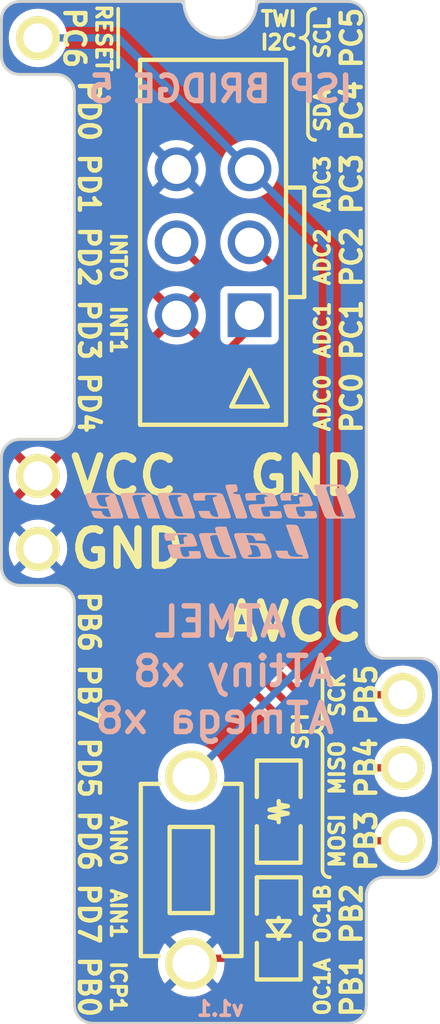
<source format=kicad_pcb>
(kicad_pcb (version 20221018) (generator pcbnew)
  (title_block (rev "0.1"))
  (layers (0 "F.Cu" signal) (31 "B.Cu" signal) (36 "B.SilkS" user "B.Silkscreen") (37 "F.SilkS" user "F.Silkscreen") (38 "B.Mask" user) (39 "F.Mask" user) (44 "Edge.Cuts" user))
  (net 0 "")
  (net 1 "GND")
  (net 2 "VCC")
  (net 3 "Net-(D1-Pad2)")
  (net 4 "Net-(IC1-Pad1)")
  (net 5 "Net-(IC1-Pad19)")
  (net 6 "Net-(IC1-Pad18)")
  (net 7 "Net-(IC1-Pad17)")
  (footprint "Ossicone_Labs_Footprints:LED_0805_Symbol" (layer "F.Cu") (at 205.232 140.208 90)
    (fp_text reference "D1")
    (fp_text value "LED")
    (pad "1" smd rect (at -1.0414 0 270) (size 1.1938 1.2954) (layers "F.Cu" "F.Mask") (net 1 "GND"))
    (pad "2" smd rect (at 1.0414 0 270) (size 1.1938 1.2954) (layers "F.Cu" "F.Mask") (net 3 "Net-(D1-Pad2)"))
  )
  (footprint "Ossicone_Labs_Footprints:Atmel_ISP_6PIN" (layer "F.Cu") (at 202.946 116.332 90)
    (fp_text reference "J1")
    (fp_text value "ATMEL_ISP_6PIN")
    (pad "1" thru_hole rect (at -2.54 1.27 90) (size 1.524 1.524) (drill 1.016) (layers "*.Cu" "*.Mask") (net 6 "Net-(IC1-Pad18)"))
    (pad "2" thru_hole circle (at -2.54 -1.27 90) (size 1.524 1.524) (drill 1.016) (layers "*.Cu" "*.Mask") (net 2 "VCC"))
    (pad "3" thru_hole circle (at 0 1.27 90) (size 1.524 1.524) (drill 1.016) (layers "*.Cu" "*.Mask") (net 5 "Net-(IC1-Pad19)"))
    (pad "4" thru_hole circle (at 0 -1.27 90) (size 1.524 1.524) (drill 1.016) (layers "*.Cu" "*.Mask") (net 7 "Net-(IC1-Pad17)"))
    (pad "5" thru_hole circle (at 2.54 1.27 90) (size 1.524 1.524) (drill 1.016) (layers "*.Cu" "*.Mask") (net 4 "Net-(IC1-Pad1)"))
    (pad "6" thru_hole circle (at 2.54 -1.27 90) (size 1.524 1.524) (drill 1.016) (layers "*.Cu" "*.Mask") (net 1 "GND"))
  )
  (footprint "Ossicone_Labs_Footprints:R_0805_Symbol" (layer "F.Cu") (at 205.232 136.144 -90)
    (fp_text reference "R1")
    (fp_text value "1K")
    (pad "1" smd rect (at -1.0414 0 270) (size 1.1938 1.2954) (layers "F.Cu" "F.Mask") (net 2 "VCC"))
    (pad "2" smd rect (at 1.0414 0 270) (size 1.1938 1.2954) (layers "F.Cu" "F.Mask") (net 3 "Net-(D1-Pad2)"))
  )
  (footprint "Ossicone_Labs_Footprints:SW_PUSH_MJTP1250" (layer "F.Cu") (at 202.184 138.176 90)
    (fp_text reference "SW1")
    (fp_text value "SW_PUSH")
    (pad "1" thru_hole circle (at -3.2512 0 90) (size 1.8034 1.8034) (drill 1.2954) (layers "*.Cu" "*.Mask" "F.SilkS") (net 1 "GND"))
    (pad "2" thru_hole circle (at 3.2512 0 90) (size 1.8034 1.8034) (drill 1.2954) (layers "*.Cu" "*.Mask" "F.SilkS") (net 4 "Net-(IC1-Pad1)"))
  )
  (footprint "Ossicone_Labs_Footprints:Atmel_ATtiny-x8_ATmega-x8" (layer "F.Cu") (at 203.2 125.73)
    (fp_text reference "IC1")
    (fp_text value "ATMEGA328-P")
    (pad "1" thru_hole circle locked (at -6.35 -16.51) (size 1.524 1.524) (drill 1.016) (layers "*.Cu" "*.Mask" "F.SilkS") (net 4 "Net-(IC1-Pad1)"))
    (pad "7" thru_hole circle locked (at -6.35 -1.27) (size 1.524 1.524) (drill 1.016) (layers "*.Cu" "*.Mask" "F.SilkS") (net 2 "VCC"))
    (pad "8" thru_hole circle locked (at -6.35 1.27) (size 1.524 1.524) (drill 1.016) (layers "*.Cu" "*.Mask" "F.SilkS") (net 1 "GND"))
    (pad "17" thru_hole circle locked (at 6.35 11.43) (size 1.524 1.524) (drill 1.016) (layers "*.Cu" "*.Mask" "F.SilkS") (net 7 "Net-(IC1-Pad17)"))
    (pad "18" thru_hole circle locked (at 6.35 8.89) (size 1.524 1.524) (drill 1.016) (layers "*.Cu" "*.Mask" "F.SilkS") (net 6 "Net-(IC1-Pad18)"))
    (pad "19" thru_hole circle locked (at 6.35 6.35) (size 1.524 1.524) (drill 1.016) (layers "*.Cu" "*.Mask" "F.SilkS") (net 5 "Net-(IC1-Pad19)"))
  )
  (footprint "Ossicone_Labs_Footprints:Ossicone_Labs_Logo_0.165prop_flipped" (layer "F.Cu") (at 203.2 123.698)
    (fp_text reference "VAL" hide)
    (fp_text value "REF" hide)
  )
  (gr_arc (start 206.502 133.35) (mid 206.681605 133.424395) (end 206.756 133.604) (stroke (width 0.127)) (layer "F.SilkS"))
  (gr_arc (start 206.248 108.458) (mid 206.322395 108.278395) (end 206.502 108.204) (stroke (width 0.127)) (layer "F.SilkS"))
  (gr_line (start 199.644 108.204) (end 199.644 110.236) (stroke (width 0.127)) (layer "F.SilkS"))
  (gr_arc (start 206.756 133.096) (mid 206.681605 133.275605) (end 206.502 133.35) (stroke (width 0.127)) (layer "F.SilkS"))
  (gr_line (start 206.248 109.474) (end 206.248 112.522) (stroke (width 0.127)) (layer "F.SilkS"))
  (gr_arc (start 206.502 112.776) (mid 206.322395 112.701605) (end 206.248 112.522) (stroke (width 0.127)) (layer "F.SilkS"))
  (gr_line (start 206.756 138.176) (end 206.756 133.604) (stroke (width 0.127)) (layer "F.SilkS"))
  (gr_arc (start 205.994 109.22) (mid 206.173605 109.294395) (end 206.248 109.474) (stroke (width 0.127)) (layer "F.SilkS"))
  (gr_arc (start 206.756 131.064) (mid 206.830395 130.884395) (end 207.01 130.81) (stroke (width 0.127)) (layer "F.SilkS"))
  (gr_arc (start 207.01 138.43) (mid 206.830395 138.355605) (end 206.756 138.176) (stroke (width 0.127)) (layer "F.SilkS"))
  (gr_line (start 206.248 108.966) (end 206.248 108.458) (stroke (width 0.127)) (layer "F.SilkS"))
  (gr_arc (start 206.248 108.966) (mid 206.173605 109.145605) (end 205.994 109.22) (stroke (width 0.127)) (layer "F.SilkS"))
  (gr_line (start 206.756 133.096) (end 206.756 131.064) (stroke (width 0.127)) (layer "F.SilkS"))
  (gr_arc (start 197.485 128.27) (mid 197.934013 128.455987) (end 198.12 128.905) (stroke (width 0.1)) (layer "Edge.Cuts"))
  (gr_line (start 207.645 143.51) (end 198.755 143.51) (stroke (width 0.1)) (layer "Edge.Cuts"))
  (gr_line (start 198.12 111.125) (end 198.12 122.555) (stroke (width 0.1)) (layer "Edge.Cuts"))
  (gr_arc (start 195.58 108.585) (mid 195.765987 108.135987) (end 196.215 107.95) (stroke (width 0.1)) (layer "Edge.Cuts"))
  (gr_arc (start 198.12 122.555) (mid 197.934013 123.004013) (end 197.485 123.19) (stroke (width 0.1)) (layer "Edge.Cuts"))
  (gr_arc (start 196.215 128.27) (mid 195.765987 128.084013) (end 195.58 127.635) (stroke (width 0.1)) (layer "Edge.Cuts"))
  (gr_arc (start 203.2 109.22) (mid 202.301974 108.848026) (end 201.93 107.95) (stroke (width 0.1)) (layer "Edge.Cuts"))
  (gr_line (start 208.28 130.175) (end 208.28 108.585) (stroke (width 0.1)) (layer "Edge.Cuts"))
  (gr_arc (start 207.645 107.95) (mid 208.094013 108.135987) (end 208.28 108.585) (stroke (width 0.1)) (layer "Edge.Cuts"))
  (gr_arc (start 208.915 130.81) (mid 208.465987 130.624013) (end 208.28 130.175) (stroke (width 0.1)) (layer "Edge.Cuts"))
  (gr_line (start 195.58 123.825) (end 195.58 127.635) (stroke (width 0.1)) (layer "Edge.Cuts"))
  (gr_arc (start 198.755 143.51) (mid 198.305987 143.324013) (end 198.12 142.875) (stroke (width 0.1)) (layer "Edge.Cuts"))
  (gr_arc (start 210.185 130.81) (mid 210.634013 130.995987) (end 210.82 131.445) (stroke (width 0.1)) (layer "Edge.Cuts"))
  (gr_line (start 198.12 128.905) (end 198.12 142.875) (stroke (width 0.1)) (layer "Edge.Cuts"))
  (gr_line (start 195.58 108.585) (end 195.58 109.855) (stroke (width 0.1)) (layer "Edge.Cuts"))
  (gr_line (start 196.215 107.95) (end 201.93 107.95) (stroke (width 0.1)) (layer "Edge.Cuts"))
  (gr_line (start 197.485 123.19) (end 196.215 123.19) (stroke (width 0.1)) (layer "Edge.Cuts"))
  (gr_arc (start 204.47 107.95) (mid 204.098026 108.848026) (end 203.2 109.22) (stroke (width 0.1)) (layer "Edge.Cuts"))
  (gr_arc (start 208.28 139.065) (mid 208.465987 138.615987) (end 208.915 138.43) (stroke (width 0.1)) (layer "Edge.Cuts"))
  (gr_line (start 196.215 128.27) (end 197.485 128.27) (stroke (width 0.1)) (layer "Edge.Cuts"))
  (gr_line (start 208.915 138.43) (end 210.185 138.43) (stroke (width 0.1)) (layer "Edge.Cuts"))
  (gr_line (start 208.28 142.875) (end 208.28 139.065) (stroke (width 0.1)) (layer "Edge.Cuts"))
  (gr_line (start 196.215 110.49) (end 197.485 110.49) (stroke (width 0.1)) (layer "Edge.Cuts"))
  (gr_arc (start 196.215 110.49) (mid 195.765987 110.304013) (end 195.58 109.855) (stroke (width 0.1)) (layer "Edge.Cuts"))
  (gr_line (start 210.82 137.795) (end 210.82 131.445) (stroke (width 0.1)) (layer "Edge.Cuts"))
  (gr_arc (start 197.485 110.49) (mid 197.934013 110.675987) (end 198.12 111.125) (stroke (width 0.1)) (layer "Edge.Cuts"))
  (gr_arc (start 208.28 142.875) (mid 208.094013 143.324013) (end 207.645 143.51) (stroke (width 0.1)) (layer "Edge.Cuts"))
  (gr_arc (start 195.58 123.825) (mid 195.765987 123.375987) (end 196.215 123.19) (stroke (width 0.1)) (layer "Edge.Cuts"))
  (gr_line (start 207.645 107.95) (end 204.47 107.95) (stroke (width 0.1)) (layer "Edge.Cuts"))
  (gr_line (start 210.185 130.81) (end 208.915 130.81) (stroke (width 0.1)) (layer "Edge.Cuts"))
  (gr_arc (start 210.82 137.795) (mid 210.634013 138.244013) (end 210.185 138.43) (stroke (width 0.1)) (layer "Edge.Cuts"))
  (gr_text "ATtiny x8\nATmega x8" (at 207.264 132.08) (layer "B.SilkS") (effects (font (size 1.016 1.016) (thickness 0.1905)) (justify left mirror)))
  (gr_text "ISP BRIDGE 5" (at 203.2 110.998) (layer "B.SilkS") (effects (font (size 0.889 0.889) (thickness 0.1905)) (justify mirror)))
  (gr_text "ATMEL" (at 203.2 129.54) (layer "B.SilkS") (effects (font (size 1.016 1.016) (thickness 0.1905)) (justify mirror)))
  (gr_text "v1.1" (at 203.2 143.002) (layer "B.SilkS") (effects (font (size 0.508 0.508) (thickness 0.127)) (justify mirror)))
  (gr_text "PD7" (at 198.628 139.7 270) (layer "F.SilkS") (effects (font (size 0.6985 0.6985) (thickness 0.1524))))
  (gr_text "ICP1" (at 199.644 142.24 270) (layer "F.SilkS") (effects (font (size 0.508 0.508) (thickness 0.127))))
  (gr_text "SCL" (at 206.756 109.22 90) (layer "F.SilkS") (effects (font (size 0.508 0.508) (thickness 0.127))))
  (gr_text "VCC" (at 197.866 124.46) (layer "F.SilkS") (effects (font (size 1.27 1.27) (thickness 0.254)) (justify left)))
  (gr_text "MOSI" (at 207.264 137.16 90) (layer "F.SilkS") (effects (font (size 0.508 0.508) (thickness 0.127))))
  (gr_text "SPI" (at 205.994 133.35 90) (layer "F.SilkS") (effects (font (size 0.508 0.508) (thickness 0.127))))
  (gr_text "PC0" (at 207.772 121.92 90) (layer "F.SilkS") (effects (font (size 0.6985 0.6985) (thickness 0.1524))))
  (gr_text "ADC2" (at 206.756 116.84 90) (layer "F.SilkS") (effects (font (size 0.508 0.508) (thickness 0.127))))
  (gr_text "PD1" (at 198.628 114.3 270) (layer "F.SilkS") (effects (font (size 0.6985 0.6985) (thickness 0.1524))))
  (gr_text "PB3" (at 208.28 137.16 90) (layer "F.SilkS") (effects (font (size 0.6985 0.6985) (thickness 0.1524))))
  (gr_text "PB5" (at 208.28 132.08 90) (layer "F.SilkS") (effects (font (size 0.6985 0.6985) (thickness 0.1524))))
  (gr_text "INT0" (at 199.644 116.84 270) (layer "F.SilkS") (effects (font (size 0.508 0.508) (thickness 0.127))))
  (gr_text "PD6" (at 198.628 137.16 270) (layer "F.SilkS") (effects (font (size 0.6985 0.6985) (thickness 0.1524))))
  (gr_text "GND" (at 197.866 127) (layer "F.SilkS") (effects (font (size 1.27 1.27) (thickness 0.254)) (justify left)))
  (gr_text "PC2" (at 207.772 116.84 90) (layer "F.SilkS") (effects (font (size 0.6985 0.6985) (thickness 0.1524))))
  (gr_text "MISO" (at 207.264 134.62 90) (layer "F.SilkS") (effects (font (size 0.508 0.508) (thickness 0.127))))
  (gr_text "ADC3" (at 206.756 114.3 90) (layer "F.SilkS") (effects (font (size 0.508 0.508) (thickness 0.127))))
  (gr_text "PC1" (at 207.772 119.38 90) (layer "F.SilkS") (effects (font (size 0.6985 0.6985) (thickness 0.1524))))
  (gr_text "PD2" (at 198.628 116.84 270) (layer "F.SilkS") (effects (font (size 0.6985 0.6985) (thickness 0.1524))))
  (gr_text "PB2" (at 207.772 139.7 90) (layer "F.SilkS") (effects (font (size 0.6985 0.6985) (thickness 0.1524))))
  (gr_text "SDA" (at 206.756 111.76 90) (layer "F.SilkS") (effects (font (size 0.508 0.508) (thickness 0.127))))
  (gr_text "PC6" (at 198.12 109.22 270) (layer "F.SilkS") (effects (font (size 0.6985 0.6985) (thickness 0.1524))))
  (gr_text "PD5" (at 198.628 134.62 270) (layer "F.SilkS") (effects (font (size 0.6985 0.6985) (thickness 0.1524))))
  (gr_text "OC1B" (at 206.756 139.7 90) (layer "F.SilkS") (effects (font (size 0.508 0.508) (thickness 0.127))))
  (gr_text "PD3" (at 198.628 119.38 270) (layer "F.SilkS") (effects (font (size 0.6985 0.6985) (thickness 0.1524))))
  (gr_text "PB1" (at 207.772 142.24 90) (layer "F.SilkS") (effects (font (size 0.6985 0.6985) (thickness 0.1524))))
  (gr_text "AIN1" (at 199.644 139.7 270) (layer "F.SilkS") (effects (font (size 0.508 0.508) (thickness 0.127))))
  (gr_text "AIN0" (at 199.644 137.16 270) (layer "F.SilkS") (effects (font (size 0.508 0.508) (thickness 0.127))))
  (gr_text "PC4" (at 207.772 111.76 90) (layer "F.SilkS") (effects (font (size 0.6985 0.6985) (thickness 0.1524))))
  (gr_text "PB4" (at 208.28 134.62 90) (layer "F.SilkS") (effects (font (size 0.6985 0.6985) (thickness 0.1524))))
  (gr_text "PB7" (at 198.628 132.08 270) (layer "F.SilkS") (effects (font (size 0.6985 0.6985) (thickness 0.1524))))
  (gr_text "PB0" (at 198.628 142.24 270) (layer "F.SilkS") (effects (font (size 0.6985 0.6985) (thickness 0.1524))))
  (gr_text "RESET" (at 199.136 109.22 270) (layer "F.SilkS") (effects (font (size 0.508 0.508) (thickness 0.127))))
  (gr_text "AVCC" (at 208.28 129.54) (layer "F.SilkS") (effects (font (size 1.27 1.27) (thickness 0.254)) (justify right)))
  (gr_text "PC5" (at 207.772 109.22 90) (layer "F.SilkS") (effects (font (size 0.6985 0.6985) (thickness 0.1524))))
  (gr_text "ADC0" (at 206.756 121.92 90) (layer "F.SilkS") (effects (font (size 0.508 0.508) (thickness 0.127))))
  (gr_text "OC1A" (at 206.756 142.24 90) (layer "F.SilkS") (effects (font (size 0.508 0.508) (thickness 0.127))))
  (gr_text "SCK" (at 207.264 132.08 90) (layer "F.SilkS") (effects (font (size 0.508 0.508) (thickness 0.127))))
  (gr_text "GND" (at 208.28 124.46) (layer "F.SilkS") (effects (font (size 1.27 1.27) (thickness 0.254)) (justify right)))
  (gr_text "PC3" (at 207.772 114.3 90) (layer "F.SilkS") (effects (font (size 0.6985 0.6985) (thickness 0.1524))))
  (gr_text "TWI\nI2C" (at 205.232 108.966) (layer "F.SilkS") (effects (font (size 0.508 0.508) (thickness 0.127))))
  (gr_text "ADC1" (at 206.756 119.38 90) (layer "F.SilkS") (effects (font (size 0.508 0.508) (thickness 0.127))))
  (gr_text "PB6" (at 198.628 129.54 270) (layer "F.SilkS") (effects (font (size 0.6985 0.6985) (thickness 0.1524))))
  (gr_text "PD0" (at 198.628 111.76 270) (layer "F.SilkS") (effects (font (size 0.6985 0.6985) (thickness 0.1524))))
  (gr_text "PD4" (at 198.628 121.92 270) (layer "F.SilkS") (effects (font (size 0.6985 0.6985) (thickness 0.1524))))
  (gr_text "INT1" (at 199.644 119.38 270) (layer "F.SilkS") (effects (font (size 0.508 0.508) (thickness 0.127))))
  (segment (start 202.3618 141.2494) (end 202.184 141.4272) (width 0.254) (layer "F.Cu") (net 1))
  (segment (start 205.232 141.2494) (end 202.3618 141.2494) (width 0.254) (layer "F.Cu") (net 1))
  (segment (start 205.232 137.1854) (end 205.232 139.1666) (width 0.254) (layer "F.Cu") (net 3))
  (segment (start 199.644 109.22) (end 196.85 109.22) (width 0.254) (layer "B.Cu") (net 4))
  (segment (start 207.01 116.586) (end 207.01 130.0988) (width 0.254) (layer "B.Cu") (net 4))
  (segment (start 207.01 130.0988) (end 202.184 134.9248) (width 0.254) (layer "B.Cu") (net 4))
  (segment (start 204.216 113.792) (end 207.01 116.586) (width 0.254) (layer "B.Cu") (net 4))
  (segment (start 204.216 113.792) (end 199.644 109.22) (width 0.254) (layer "B.Cu") (net 4))
  (segment (start 205.74 117.856) (end 205.74 119.888) (width 0.254) (layer "F.Cu") (net 5))
  (segment (start 205.74 119.888) (end 201.676 123.952) (width 0.254) (layer "F.Cu") (net 5))
  (segment (start 201.676 123.952) (end 201.676 127.762) (width 0.254) (layer "F.Cu") (net 5))
  (segment (start 201.676 127.762) (end 205.994 132.08) (width 0.254) (layer "F.Cu") (net 5))
  (segment (start 205.994 132.08) (end 209.55 132.08) (width 0.254) (layer "F.Cu") (net 5))
  (segment (start 204.216 116.332) (end 205.74 117.856) (width 0.254) (layer "F.Cu") (net 5))
  (segment (start 204.216 119.336064) (end 201.168 122.384064) (width 0.254) (layer "F.Cu") (net 6))
  (segment (start 201.168 122.384064) (end 201.168 128.016) (width 0.254) (layer "F.Cu") (net 6))
  (segment (start 201.168 128.016) (end 207.772 134.62) (width 0.254) (layer "F.Cu") (net 6))
  (segment (start 207.772 134.62) (end 209.55 134.62) (width 0.254) (layer "F.Cu") (net 6))
  (segment (start 204.216 118.872) (end 204.216 119.336064) (width 0.254) (layer "F.Cu") (net 6))
  (segment (start 207.518 137.16) (end 206.756 136.398) (width 0.254) (layer "F.Cu") (net 7))
  (segment (start 206.756 136.398) (end 206.756 134.366) (width 0.254) (layer "F.Cu") (net 7))
  (segment (start 202.946 117.602) (end 202.946 119.888) (width 0.254) (layer "F.Cu") (net 7))
  (segment (start 200.66 122.174) (end 200.66 128.27) (width 0.254) (layer "F.Cu") (net 7))
  (segment (start 200.66 128.27) (end 206.756 134.366) (width 0.254) (layer "F.Cu") (net 7))
  (segment (start 207.518 137.16) (end 209.55 137.16) (width 0.254) (layer "F.Cu") (net 7))
  (segment (start 201.676 116.332) (end 202.946 117.602) (width 0.254) (layer "F.Cu") (net 7))
  (segment (start 202.946 119.888) (end 200.66 122.174) (width 0.254) (layer "F.Cu") (net 7))
  (zone (net 2) (net_name "VCC") (layer "F.Cu") (connect_pads (clearance 0.1016)) (min_thickness 0.1524) (fill yes (thermal_gap 0.254) (thermal_bridge_width 0.3048))
    (polygon (pts (xy 195.58 107.95) (xy 210.82 107.95) (xy 210.82 143.51) (xy 195.58 143.51)))
  )
  (zone (net 1) (net_name "GND") (layer "B.Cu") (connect_pads (clearance 0.254)) (min_thickness 0.1524) (fill yes (thermal_gap 0.254) (thermal_bridge_width 0.3048))
    (polygon (pts (xy 195.58 107.95) (xy 210.82 107.95) (xy 210.82 143.51) (xy 195.58 143.51)))
  )
)
</source>
